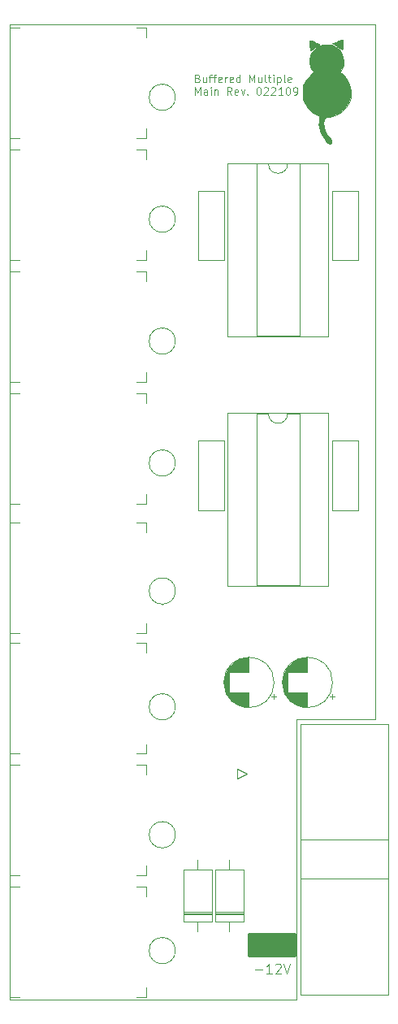
<source format=gbr>
G04 #@! TF.GenerationSoftware,KiCad,Pcbnew,(5.1.10)-1*
G04 #@! TF.CreationDate,2021-09-02T21:11:49+02:00*
G04 #@! TF.ProjectId,Buffered Multiple Main,42756666-6572-4656-9420-4d756c746970,rev?*
G04 #@! TF.SameCoordinates,Original*
G04 #@! TF.FileFunction,Legend,Top*
G04 #@! TF.FilePolarity,Positive*
%FSLAX46Y46*%
G04 Gerber Fmt 4.6, Leading zero omitted, Abs format (unit mm)*
G04 Created by KiCad (PCBNEW (5.1.10)-1) date 2021-09-02 21:11:49*
%MOMM*%
%LPD*%
G01*
G04 APERTURE LIST*
%ADD10C,0.100000*%
G04 #@! TA.AperFunction,Profile*
%ADD11C,0.050000*%
G04 #@! TD*
%ADD12C,0.010000*%
%ADD13C,0.120000*%
%ADD14C,0.254000*%
G04 APERTURE END LIST*
D10*
X19572142Y-5642857D02*
X19686428Y-5680952D01*
X19724523Y-5719047D01*
X19762619Y-5795238D01*
X19762619Y-5909523D01*
X19724523Y-5985714D01*
X19686428Y-6023809D01*
X19610238Y-6061904D01*
X19305476Y-6061904D01*
X19305476Y-5261904D01*
X19572142Y-5261904D01*
X19648333Y-5300000D01*
X19686428Y-5338095D01*
X19724523Y-5414285D01*
X19724523Y-5490476D01*
X19686428Y-5566666D01*
X19648333Y-5604761D01*
X19572142Y-5642857D01*
X19305476Y-5642857D01*
X20448333Y-5528571D02*
X20448333Y-6061904D01*
X20105476Y-5528571D02*
X20105476Y-5947619D01*
X20143571Y-6023809D01*
X20219761Y-6061904D01*
X20334047Y-6061904D01*
X20410238Y-6023809D01*
X20448333Y-5985714D01*
X20715000Y-5528571D02*
X21019761Y-5528571D01*
X20829285Y-6061904D02*
X20829285Y-5376190D01*
X20867380Y-5300000D01*
X20943571Y-5261904D01*
X21019761Y-5261904D01*
X21172142Y-5528571D02*
X21476904Y-5528571D01*
X21286428Y-6061904D02*
X21286428Y-5376190D01*
X21324523Y-5300000D01*
X21400714Y-5261904D01*
X21476904Y-5261904D01*
X22048333Y-6023809D02*
X21972142Y-6061904D01*
X21819761Y-6061904D01*
X21743571Y-6023809D01*
X21705476Y-5947619D01*
X21705476Y-5642857D01*
X21743571Y-5566666D01*
X21819761Y-5528571D01*
X21972142Y-5528571D01*
X22048333Y-5566666D01*
X22086428Y-5642857D01*
X22086428Y-5719047D01*
X21705476Y-5795238D01*
X22429285Y-6061904D02*
X22429285Y-5528571D01*
X22429285Y-5680952D02*
X22467380Y-5604761D01*
X22505476Y-5566666D01*
X22581666Y-5528571D01*
X22657857Y-5528571D01*
X23229285Y-6023809D02*
X23153095Y-6061904D01*
X23000714Y-6061904D01*
X22924523Y-6023809D01*
X22886428Y-5947619D01*
X22886428Y-5642857D01*
X22924523Y-5566666D01*
X23000714Y-5528571D01*
X23153095Y-5528571D01*
X23229285Y-5566666D01*
X23267380Y-5642857D01*
X23267380Y-5719047D01*
X22886428Y-5795238D01*
X23953095Y-6061904D02*
X23953095Y-5261904D01*
X23953095Y-6023809D02*
X23876904Y-6061904D01*
X23724523Y-6061904D01*
X23648333Y-6023809D01*
X23610238Y-5985714D01*
X23572142Y-5909523D01*
X23572142Y-5680952D01*
X23610238Y-5604761D01*
X23648333Y-5566666D01*
X23724523Y-5528571D01*
X23876904Y-5528571D01*
X23953095Y-5566666D01*
X24943571Y-6061904D02*
X24943571Y-5261904D01*
X25210238Y-5833333D01*
X25476904Y-5261904D01*
X25476904Y-6061904D01*
X26200714Y-5528571D02*
X26200714Y-6061904D01*
X25857857Y-5528571D02*
X25857857Y-5947619D01*
X25895952Y-6023809D01*
X25972142Y-6061904D01*
X26086428Y-6061904D01*
X26162619Y-6023809D01*
X26200714Y-5985714D01*
X26695952Y-6061904D02*
X26619761Y-6023809D01*
X26581666Y-5947619D01*
X26581666Y-5261904D01*
X26886428Y-5528571D02*
X27191190Y-5528571D01*
X27000714Y-5261904D02*
X27000714Y-5947619D01*
X27038809Y-6023809D01*
X27115000Y-6061904D01*
X27191190Y-6061904D01*
X27457857Y-6061904D02*
X27457857Y-5528571D01*
X27457857Y-5261904D02*
X27419761Y-5300000D01*
X27457857Y-5338095D01*
X27495952Y-5300000D01*
X27457857Y-5261904D01*
X27457857Y-5338095D01*
X27838809Y-5528571D02*
X27838809Y-6328571D01*
X27838809Y-5566666D02*
X27915000Y-5528571D01*
X28067380Y-5528571D01*
X28143571Y-5566666D01*
X28181666Y-5604761D01*
X28219761Y-5680952D01*
X28219761Y-5909523D01*
X28181666Y-5985714D01*
X28143571Y-6023809D01*
X28067380Y-6061904D01*
X27915000Y-6061904D01*
X27838809Y-6023809D01*
X28676904Y-6061904D02*
X28600714Y-6023809D01*
X28562619Y-5947619D01*
X28562619Y-5261904D01*
X29286428Y-6023809D02*
X29210238Y-6061904D01*
X29057857Y-6061904D01*
X28981666Y-6023809D01*
X28943571Y-5947619D01*
X28943571Y-5642857D01*
X28981666Y-5566666D01*
X29057857Y-5528571D01*
X29210238Y-5528571D01*
X29286428Y-5566666D01*
X29324523Y-5642857D01*
X29324523Y-5719047D01*
X28943571Y-5795238D01*
X19305476Y-7361904D02*
X19305476Y-6561904D01*
X19572142Y-7133333D01*
X19838809Y-6561904D01*
X19838809Y-7361904D01*
X20562619Y-7361904D02*
X20562619Y-6942857D01*
X20524523Y-6866666D01*
X20448333Y-6828571D01*
X20295952Y-6828571D01*
X20219761Y-6866666D01*
X20562619Y-7323809D02*
X20486428Y-7361904D01*
X20295952Y-7361904D01*
X20219761Y-7323809D01*
X20181666Y-7247619D01*
X20181666Y-7171428D01*
X20219761Y-7095238D01*
X20295952Y-7057142D01*
X20486428Y-7057142D01*
X20562619Y-7019047D01*
X20943571Y-7361904D02*
X20943571Y-6828571D01*
X20943571Y-6561904D02*
X20905476Y-6600000D01*
X20943571Y-6638095D01*
X20981666Y-6600000D01*
X20943571Y-6561904D01*
X20943571Y-6638095D01*
X21324523Y-6828571D02*
X21324523Y-7361904D01*
X21324523Y-6904761D02*
X21362619Y-6866666D01*
X21438809Y-6828571D01*
X21553095Y-6828571D01*
X21629285Y-6866666D01*
X21667380Y-6942857D01*
X21667380Y-7361904D01*
X23115000Y-7361904D02*
X22848333Y-6980952D01*
X22657857Y-7361904D02*
X22657857Y-6561904D01*
X22962619Y-6561904D01*
X23038809Y-6600000D01*
X23076904Y-6638095D01*
X23115000Y-6714285D01*
X23115000Y-6828571D01*
X23076904Y-6904761D01*
X23038809Y-6942857D01*
X22962619Y-6980952D01*
X22657857Y-6980952D01*
X23762619Y-7323809D02*
X23686428Y-7361904D01*
X23534047Y-7361904D01*
X23457857Y-7323809D01*
X23419761Y-7247619D01*
X23419761Y-6942857D01*
X23457857Y-6866666D01*
X23534047Y-6828571D01*
X23686428Y-6828571D01*
X23762619Y-6866666D01*
X23800714Y-6942857D01*
X23800714Y-7019047D01*
X23419761Y-7095238D01*
X24067380Y-6828571D02*
X24257857Y-7361904D01*
X24448333Y-6828571D01*
X24753095Y-7285714D02*
X24791190Y-7323809D01*
X24753095Y-7361904D01*
X24715000Y-7323809D01*
X24753095Y-7285714D01*
X24753095Y-7361904D01*
X25895952Y-6561904D02*
X25972142Y-6561904D01*
X26048333Y-6600000D01*
X26086428Y-6638095D01*
X26124523Y-6714285D01*
X26162619Y-6866666D01*
X26162619Y-7057142D01*
X26124523Y-7209523D01*
X26086428Y-7285714D01*
X26048333Y-7323809D01*
X25972142Y-7361904D01*
X25895952Y-7361904D01*
X25819761Y-7323809D01*
X25781666Y-7285714D01*
X25743571Y-7209523D01*
X25705476Y-7057142D01*
X25705476Y-6866666D01*
X25743571Y-6714285D01*
X25781666Y-6638095D01*
X25819761Y-6600000D01*
X25895952Y-6561904D01*
X26467380Y-6638095D02*
X26505476Y-6600000D01*
X26581666Y-6561904D01*
X26772142Y-6561904D01*
X26848333Y-6600000D01*
X26886428Y-6638095D01*
X26924523Y-6714285D01*
X26924523Y-6790476D01*
X26886428Y-6904761D01*
X26429285Y-7361904D01*
X26924523Y-7361904D01*
X27229285Y-6638095D02*
X27267380Y-6600000D01*
X27343571Y-6561904D01*
X27534047Y-6561904D01*
X27610238Y-6600000D01*
X27648333Y-6638095D01*
X27686428Y-6714285D01*
X27686428Y-6790476D01*
X27648333Y-6904761D01*
X27191190Y-7361904D01*
X27686428Y-7361904D01*
X28448333Y-7361904D02*
X27991190Y-7361904D01*
X28219761Y-7361904D02*
X28219761Y-6561904D01*
X28143571Y-6676190D01*
X28067380Y-6752380D01*
X27991190Y-6790476D01*
X28943571Y-6561904D02*
X29019761Y-6561904D01*
X29095952Y-6600000D01*
X29134047Y-6638095D01*
X29172142Y-6714285D01*
X29210238Y-6866666D01*
X29210238Y-7057142D01*
X29172142Y-7209523D01*
X29134047Y-7285714D01*
X29095952Y-7323809D01*
X29019761Y-7361904D01*
X28943571Y-7361904D01*
X28867380Y-7323809D01*
X28829285Y-7285714D01*
X28791190Y-7209523D01*
X28753095Y-7057142D01*
X28753095Y-6866666D01*
X28791190Y-6714285D01*
X28829285Y-6638095D01*
X28867380Y-6600000D01*
X28943571Y-6561904D01*
X29591190Y-7361904D02*
X29743571Y-7361904D01*
X29819761Y-7323809D01*
X29857857Y-7285714D01*
X29934047Y-7171428D01*
X29972142Y-7019047D01*
X29972142Y-6714285D01*
X29934047Y-6638095D01*
X29895952Y-6600000D01*
X29819761Y-6561904D01*
X29667380Y-6561904D01*
X29591190Y-6600000D01*
X29553095Y-6638095D01*
X29515000Y-6714285D01*
X29515000Y-6904761D01*
X29553095Y-6980952D01*
X29591190Y-7019047D01*
X29667380Y-7057142D01*
X29819761Y-7057142D01*
X29895952Y-7019047D01*
X29934047Y-6980952D01*
X29972142Y-6904761D01*
X25543095Y-98496428D02*
X26305000Y-98496428D01*
X27305000Y-98877380D02*
X26733571Y-98877380D01*
X27019285Y-98877380D02*
X27019285Y-97877380D01*
X26924047Y-98020238D01*
X26828809Y-98115476D01*
X26733571Y-98163095D01*
X27685952Y-97972619D02*
X27733571Y-97925000D01*
X27828809Y-97877380D01*
X28066904Y-97877380D01*
X28162142Y-97925000D01*
X28209761Y-97972619D01*
X28257380Y-98067857D01*
X28257380Y-98163095D01*
X28209761Y-98305952D01*
X27638333Y-98877380D01*
X28257380Y-98877380D01*
X28543095Y-97877380D02*
X28876428Y-98877380D01*
X29209761Y-97877380D01*
D11*
X29845000Y-72390000D02*
X29845000Y-101600000D01*
X38100000Y-72390000D02*
X29845000Y-72390000D01*
X0Y-101600000D02*
X0Y0D01*
X29845000Y-101600000D02*
X0Y-101600000D01*
X38100000Y0D02*
X38100000Y-72390000D01*
X0Y0D02*
X38100000Y0D01*
D12*
G36*
X34678089Y-1676229D02*
G01*
X34693741Y-1797829D01*
X34691837Y-2001949D01*
X34691052Y-2107181D01*
X34684100Y-2396033D01*
X34661688Y-2566612D01*
X34621483Y-2633681D01*
X34607500Y-2635971D01*
X34516195Y-2598371D01*
X34347628Y-2502277D01*
X34133766Y-2366273D01*
X34069907Y-2323426D01*
X33615867Y-2015174D01*
X34003065Y-1854704D01*
X34307368Y-1726385D01*
X34506744Y-1648522D01*
X34623037Y-1629132D01*
X34678089Y-1676229D01*
G37*
X34678089Y-1676229D02*
X34693741Y-1797829D01*
X34691837Y-2001949D01*
X34691052Y-2107181D01*
X34684100Y-2396033D01*
X34661688Y-2566612D01*
X34621483Y-2633681D01*
X34607500Y-2635971D01*
X34516195Y-2598371D01*
X34347628Y-2502277D01*
X34133766Y-2366273D01*
X34069907Y-2323426D01*
X33615867Y-2015174D01*
X34003065Y-1854704D01*
X34307368Y-1726385D01*
X34506744Y-1648522D01*
X34623037Y-1629132D01*
X34678089Y-1676229D01*
G36*
X31457294Y-1745838D02*
G01*
X31689355Y-1830666D01*
X31736297Y-1849997D01*
X31961716Y-1951489D01*
X32126523Y-2039463D01*
X32202519Y-2098415D01*
X32204192Y-2107244D01*
X32146342Y-2165770D01*
X32012196Y-2276610D01*
X31833839Y-2415540D01*
X31643356Y-2558341D01*
X31472832Y-2680791D01*
X31354350Y-2758670D01*
X31321041Y-2773947D01*
X31302104Y-2712774D01*
X31277203Y-2551047D01*
X31251214Y-2321456D01*
X31247035Y-2277978D01*
X31227508Y-2028432D01*
X31219029Y-1829343D01*
X31223140Y-1719507D01*
X31224621Y-1713973D01*
X31293675Y-1704626D01*
X31457294Y-1745838D01*
G37*
X31457294Y-1745838D02*
X31689355Y-1830666D01*
X31736297Y-1849997D01*
X31961716Y-1951489D01*
X32126523Y-2039463D01*
X32202519Y-2098415D01*
X32204192Y-2107244D01*
X32146342Y-2165770D01*
X32012196Y-2276610D01*
X31833839Y-2415540D01*
X31643356Y-2558341D01*
X31472832Y-2680791D01*
X31354350Y-2758670D01*
X31321041Y-2773947D01*
X31302104Y-2712774D01*
X31277203Y-2551047D01*
X31251214Y-2321456D01*
X31247035Y-2277978D01*
X31227508Y-2028432D01*
X31219029Y-1829343D01*
X31223140Y-1719507D01*
X31224621Y-1713973D01*
X31293675Y-1704626D01*
X31457294Y-1745838D01*
G36*
X33476975Y-2155533D02*
G01*
X33864529Y-2304561D01*
X34211874Y-2567268D01*
X34245458Y-2600178D01*
X34484055Y-2877088D01*
X34634725Y-3160374D01*
X34717509Y-3496590D01*
X34743932Y-3758159D01*
X34754654Y-4033677D01*
X34736742Y-4235634D01*
X34679670Y-4422923D01*
X34589921Y-4619864D01*
X34404587Y-4998673D01*
X34674200Y-5222629D01*
X35023462Y-5593667D01*
X35297837Y-6050043D01*
X35481494Y-6557167D01*
X35558602Y-7080445D01*
X35560000Y-7158282D01*
X35499094Y-7686320D01*
X35326737Y-8184219D01*
X35058466Y-8635702D01*
X34709822Y-9024491D01*
X34296342Y-9334310D01*
X33833566Y-9548880D01*
X33337032Y-9651923D01*
X33173071Y-9658684D01*
X32985332Y-9668029D01*
X32879696Y-9717592D01*
X32804815Y-9839664D01*
X32774853Y-9909124D01*
X32691088Y-10277435D01*
X32721622Y-10687429D01*
X32861393Y-11120591D01*
X33105336Y-11558404D01*
X33294598Y-11809623D01*
X33463260Y-12030034D01*
X33540470Y-12186237D01*
X33534114Y-12303485D01*
X33474526Y-12385842D01*
X33344072Y-12459092D01*
X33193517Y-12425022D01*
X33008972Y-12278000D01*
X32889337Y-12148553D01*
X32539002Y-11662667D01*
X32306051Y-11155772D01*
X32197200Y-10643744D01*
X32189776Y-10494211D01*
X32194742Y-10222845D01*
X32212931Y-9975606D01*
X32237845Y-9818508D01*
X32260402Y-9703381D01*
X32239438Y-9623134D01*
X32151350Y-9549707D01*
X31972535Y-9455041D01*
X31903634Y-9421221D01*
X31470674Y-9144047D01*
X31081572Y-8769867D01*
X30772301Y-8335126D01*
X30704123Y-8205895D01*
X30615392Y-8009189D01*
X30559836Y-7833821D01*
X30529911Y-7637432D01*
X30518077Y-7377661D01*
X30516513Y-7152105D01*
X30520439Y-6828856D01*
X30537416Y-6596295D01*
X30575242Y-6411526D01*
X30641716Y-6231658D01*
X30710954Y-6082632D01*
X30876006Y-5804538D01*
X31096785Y-5512723D01*
X31264765Y-5329758D01*
X31624137Y-4977937D01*
X31495820Y-4795021D01*
X31302922Y-4405417D01*
X31226035Y-3958652D01*
X31232869Y-3711863D01*
X31337282Y-3238612D01*
X31550150Y-2831640D01*
X31857542Y-2503451D01*
X32245521Y-2266544D01*
X32700156Y-2133421D01*
X33020000Y-2108462D01*
X33476975Y-2155533D01*
G37*
X33476975Y-2155533D02*
X33864529Y-2304561D01*
X34211874Y-2567268D01*
X34245458Y-2600178D01*
X34484055Y-2877088D01*
X34634725Y-3160374D01*
X34717509Y-3496590D01*
X34743932Y-3758159D01*
X34754654Y-4033677D01*
X34736742Y-4235634D01*
X34679670Y-4422923D01*
X34589921Y-4619864D01*
X34404587Y-4998673D01*
X34674200Y-5222629D01*
X35023462Y-5593667D01*
X35297837Y-6050043D01*
X35481494Y-6557167D01*
X35558602Y-7080445D01*
X35560000Y-7158282D01*
X35499094Y-7686320D01*
X35326737Y-8184219D01*
X35058466Y-8635702D01*
X34709822Y-9024491D01*
X34296342Y-9334310D01*
X33833566Y-9548880D01*
X33337032Y-9651923D01*
X33173071Y-9658684D01*
X32985332Y-9668029D01*
X32879696Y-9717592D01*
X32804815Y-9839664D01*
X32774853Y-9909124D01*
X32691088Y-10277435D01*
X32721622Y-10687429D01*
X32861393Y-11120591D01*
X33105336Y-11558404D01*
X33294598Y-11809623D01*
X33463260Y-12030034D01*
X33540470Y-12186237D01*
X33534114Y-12303485D01*
X33474526Y-12385842D01*
X33344072Y-12459092D01*
X33193517Y-12425022D01*
X33008972Y-12278000D01*
X32889337Y-12148553D01*
X32539002Y-11662667D01*
X32306051Y-11155772D01*
X32197200Y-10643744D01*
X32189776Y-10494211D01*
X32194742Y-10222845D01*
X32212931Y-9975606D01*
X32237845Y-9818508D01*
X32260402Y-9703381D01*
X32239438Y-9623134D01*
X32151350Y-9549707D01*
X31972535Y-9455041D01*
X31903634Y-9421221D01*
X31470674Y-9144047D01*
X31081572Y-8769867D01*
X30772301Y-8335126D01*
X30704123Y-8205895D01*
X30615392Y-8009189D01*
X30559836Y-7833821D01*
X30529911Y-7637432D01*
X30518077Y-7377661D01*
X30516513Y-7152105D01*
X30520439Y-6828856D01*
X30537416Y-6596295D01*
X30575242Y-6411526D01*
X30641716Y-6231658D01*
X30710954Y-6082632D01*
X30876006Y-5804538D01*
X31096785Y-5512723D01*
X31264765Y-5329758D01*
X31624137Y-4977937D01*
X31495820Y-4795021D01*
X31302922Y-4405417D01*
X31226035Y-3958652D01*
X31232869Y-3711863D01*
X31337282Y-3238612D01*
X31550150Y-2831640D01*
X31857542Y-2503451D01*
X32245521Y-2266544D01*
X32700156Y-2133421D01*
X33020000Y-2108462D01*
X33476975Y-2155533D01*
D13*
X17245000Y-96520000D02*
G75*
G03*
X17245000Y-96520000I-1370000J0D01*
G01*
X15875000Y-95150000D02*
X15875000Y-95080000D01*
X17245000Y-45720000D02*
G75*
G03*
X17245000Y-45720000I-1370000J0D01*
G01*
X15875000Y-44350000D02*
X15875000Y-44280000D01*
X17245000Y-59055000D02*
G75*
G03*
X17245000Y-59055000I-1370000J0D01*
G01*
X15875000Y-60425000D02*
X15875000Y-60495000D01*
X17245000Y-84455000D02*
G75*
G03*
X17245000Y-84455000I-1370000J0D01*
G01*
X15875000Y-83085000D02*
X15875000Y-83015000D01*
X17245000Y-71120000D02*
G75*
G03*
X17245000Y-71120000I-1370000J0D01*
G01*
X15875000Y-69750000D02*
X15875000Y-69680000D01*
X17245000Y-33020000D02*
G75*
G03*
X17245000Y-33020000I-1370000J0D01*
G01*
X15875000Y-31650000D02*
X15875000Y-31580000D01*
X17245000Y-20320000D02*
G75*
G03*
X17245000Y-20320000I-1370000J0D01*
G01*
X15875000Y-18950000D02*
X15875000Y-18880000D01*
X17245000Y-7620000D02*
G75*
G03*
X17245000Y-7620000I-1370000J0D01*
G01*
X15875000Y-6250000D02*
X15875000Y-6180000D01*
X26940000Y-40580000D02*
X25690000Y-40580000D01*
X25690000Y-40580000D02*
X25690000Y-58480000D01*
X25690000Y-58480000D02*
X30190000Y-58480000D01*
X30190000Y-58480000D02*
X30190000Y-40580000D01*
X30190000Y-40580000D02*
X28940000Y-40580000D01*
X22690000Y-40520000D02*
X22690000Y-58540000D01*
X22690000Y-58540000D02*
X33190000Y-58540000D01*
X33190000Y-58540000D02*
X33190000Y-40520000D01*
X33190000Y-40520000D02*
X22690000Y-40520000D01*
X28940000Y-40580000D02*
G75*
G02*
X26940000Y-40580000I-1000000J0D01*
G01*
X21390000Y-93525000D02*
X24330000Y-93525000D01*
X24330000Y-93525000D02*
X24330000Y-88085000D01*
X24330000Y-88085000D02*
X21390000Y-88085000D01*
X21390000Y-88085000D02*
X21390000Y-93525000D01*
X22860000Y-94545000D02*
X22860000Y-93525000D01*
X22860000Y-87065000D02*
X22860000Y-88085000D01*
X21390000Y-92625000D02*
X24330000Y-92625000D01*
X21390000Y-92505000D02*
X24330000Y-92505000D01*
X21390000Y-92745000D02*
X24330000Y-92745000D01*
X18088000Y-93525000D02*
X21028000Y-93525000D01*
X21028000Y-93525000D02*
X21028000Y-88085000D01*
X21028000Y-88085000D02*
X18088000Y-88085000D01*
X18088000Y-88085000D02*
X18088000Y-93525000D01*
X19558000Y-94545000D02*
X19558000Y-93525000D01*
X19558000Y-87065000D02*
X19558000Y-88085000D01*
X18088000Y-92625000D02*
X21028000Y-92625000D01*
X18088000Y-92505000D02*
X21028000Y-92505000D01*
X18088000Y-92745000D02*
X21028000Y-92745000D01*
X36295000Y-43410000D02*
X36295000Y-50650000D01*
X33555000Y-43410000D02*
X33555000Y-50650000D01*
X36295000Y-43410000D02*
X33555000Y-43410000D01*
X36295000Y-50650000D02*
X33555000Y-50650000D01*
X19585000Y-50650000D02*
X19585000Y-43410000D01*
X22325000Y-50650000D02*
X22325000Y-43410000D01*
X19585000Y-50650000D02*
X22325000Y-50650000D01*
X19585000Y-43410000D02*
X22325000Y-43410000D01*
D10*
X0Y-89885000D02*
X0Y-90885000D01*
X0Y-89885000D02*
X1000000Y-89885000D01*
X14200000Y-89885000D02*
X13200000Y-89885000D01*
X14200000Y-89885000D02*
X14200000Y-90885000D01*
X0Y-101385000D02*
X0Y-100385000D01*
X0Y-101385000D02*
X1000000Y-101385000D01*
X14200000Y-101385000D02*
X14200000Y-100385000D01*
X14200000Y-101385000D02*
X13200000Y-101385000D01*
X0Y-38450000D02*
X0Y-39450000D01*
X0Y-38450000D02*
X1000000Y-38450000D01*
X14200000Y-38450000D02*
X13200000Y-38450000D01*
X14200000Y-38450000D02*
X14200000Y-39450000D01*
X0Y-49950000D02*
X0Y-48950000D01*
X0Y-49950000D02*
X1000000Y-49950000D01*
X14200000Y-49950000D02*
X14200000Y-48950000D01*
X14200000Y-49950000D02*
X13200000Y-49950000D01*
X0Y-51912000D02*
X0Y-52912000D01*
X0Y-51912000D02*
X1000000Y-51912000D01*
X14200000Y-51912000D02*
X13200000Y-51912000D01*
X14200000Y-51912000D02*
X14200000Y-52912000D01*
X0Y-63412000D02*
X0Y-62412000D01*
X0Y-63412000D02*
X1000000Y-63412000D01*
X14200000Y-63412000D02*
X14200000Y-62412000D01*
X14200000Y-63412000D02*
X13200000Y-63412000D01*
X0Y-77185000D02*
X0Y-78185000D01*
X0Y-77185000D02*
X1000000Y-77185000D01*
X14200000Y-77185000D02*
X13200000Y-77185000D01*
X14200000Y-77185000D02*
X14200000Y-78185000D01*
X0Y-88685000D02*
X0Y-87685000D01*
X0Y-88685000D02*
X1000000Y-88685000D01*
X14200000Y-88685000D02*
X14200000Y-87685000D01*
X14200000Y-88685000D02*
X13200000Y-88685000D01*
X0Y-64500000D02*
X0Y-65500000D01*
X0Y-64500000D02*
X1000000Y-64500000D01*
X14200000Y-64500000D02*
X13200000Y-64500000D01*
X14200000Y-64500000D02*
X14200000Y-65500000D01*
X0Y-76000000D02*
X0Y-75000000D01*
X0Y-76000000D02*
X1000000Y-76000000D01*
X14200000Y-76000000D02*
X14200000Y-75000000D01*
X14200000Y-76000000D02*
X13200000Y-76000000D01*
X0Y-25750000D02*
X0Y-26750000D01*
X0Y-25750000D02*
X1000000Y-25750000D01*
X14200000Y-25750000D02*
X13200000Y-25750000D01*
X14200000Y-25750000D02*
X14200000Y-26750000D01*
X0Y-37250000D02*
X0Y-36250000D01*
X0Y-37250000D02*
X1000000Y-37250000D01*
X14200000Y-37250000D02*
X14200000Y-36250000D01*
X14200000Y-37250000D02*
X13200000Y-37250000D01*
X0Y-13050000D02*
X0Y-14050000D01*
X0Y-13050000D02*
X1000000Y-13050000D01*
X14200000Y-13050000D02*
X13200000Y-13050000D01*
X14200000Y-13050000D02*
X14200000Y-14050000D01*
X0Y-24550000D02*
X0Y-23550000D01*
X0Y-24550000D02*
X1000000Y-24550000D01*
X14200000Y-24550000D02*
X14200000Y-23550000D01*
X14200000Y-24550000D02*
X13200000Y-24550000D01*
X0Y-350000D02*
X0Y-1350000D01*
X0Y-350000D02*
X1000000Y-350000D01*
X14200000Y-350000D02*
X13200000Y-350000D01*
X14200000Y-350000D02*
X14200000Y-1350000D01*
X0Y-11850000D02*
X0Y-10850000D01*
X0Y-11850000D02*
X1000000Y-11850000D01*
X14200000Y-11850000D02*
X14200000Y-10850000D01*
X14200000Y-11850000D02*
X13200000Y-11850000D01*
D13*
X33190000Y-14485000D02*
X22690000Y-14485000D01*
X33190000Y-32505000D02*
X33190000Y-14485000D01*
X22690000Y-32505000D02*
X33190000Y-32505000D01*
X22690000Y-14485000D02*
X22690000Y-32505000D01*
X30190000Y-14545000D02*
X28940000Y-14545000D01*
X30190000Y-32445000D02*
X30190000Y-14545000D01*
X25690000Y-32445000D02*
X30190000Y-32445000D01*
X25690000Y-14545000D02*
X25690000Y-32445000D01*
X26940000Y-14545000D02*
X25690000Y-14545000D01*
X28940000Y-14545000D02*
G75*
G02*
X26940000Y-14545000I-1000000J0D01*
G01*
X23685000Y-78605000D02*
X24685000Y-78105000D01*
X23685000Y-77605000D02*
X23685000Y-78605000D01*
X24685000Y-78105000D02*
X23685000Y-77605000D01*
X30305000Y-101095000D02*
X30305000Y-72895000D01*
X39425000Y-101095000D02*
X30305000Y-101095000D01*
X39425000Y-72895000D02*
X39425000Y-101095000D01*
X30305000Y-72895000D02*
X39425000Y-72895000D01*
X30305000Y-89045000D02*
X39425000Y-89045000D01*
X30305000Y-84945000D02*
X39425000Y-84945000D01*
X36295000Y-24615000D02*
X33555000Y-24615000D01*
X36295000Y-17375000D02*
X33555000Y-17375000D01*
X33555000Y-17375000D02*
X33555000Y-24615000D01*
X36295000Y-17375000D02*
X36295000Y-24615000D01*
X19585000Y-17375000D02*
X22325000Y-17375000D01*
X19585000Y-24615000D02*
X22325000Y-24615000D01*
X22325000Y-24615000D02*
X22325000Y-17375000D01*
X19585000Y-24615000D02*
X19585000Y-17375000D01*
X33558775Y-70305000D02*
X33558775Y-69805000D01*
X33808775Y-70055000D02*
X33308775Y-70055000D01*
X28403000Y-68864000D02*
X28403000Y-68296000D01*
X28443000Y-69098000D02*
X28443000Y-68062000D01*
X28483000Y-69257000D02*
X28483000Y-67903000D01*
X28523000Y-69385000D02*
X28523000Y-67775000D01*
X28563000Y-69495000D02*
X28563000Y-67665000D01*
X28603000Y-69591000D02*
X28603000Y-67569000D01*
X28643000Y-69678000D02*
X28643000Y-67482000D01*
X28683000Y-69758000D02*
X28683000Y-67402000D01*
X28723000Y-69831000D02*
X28723000Y-67329000D01*
X28763000Y-69899000D02*
X28763000Y-67261000D01*
X28803000Y-69963000D02*
X28803000Y-67197000D01*
X28843000Y-70023000D02*
X28843000Y-67137000D01*
X28883000Y-70080000D02*
X28883000Y-67080000D01*
X28923000Y-70134000D02*
X28923000Y-67026000D01*
X28963000Y-70185000D02*
X28963000Y-66975000D01*
X29003000Y-67540000D02*
X29003000Y-66927000D01*
X29003000Y-70233000D02*
X29003000Y-69620000D01*
X29043000Y-67540000D02*
X29043000Y-66881000D01*
X29043000Y-70279000D02*
X29043000Y-69620000D01*
X29083000Y-67540000D02*
X29083000Y-66837000D01*
X29083000Y-70323000D02*
X29083000Y-69620000D01*
X29123000Y-67540000D02*
X29123000Y-66795000D01*
X29123000Y-70365000D02*
X29123000Y-69620000D01*
X29163000Y-67540000D02*
X29163000Y-66754000D01*
X29163000Y-70406000D02*
X29163000Y-69620000D01*
X29203000Y-67540000D02*
X29203000Y-66716000D01*
X29203000Y-70444000D02*
X29203000Y-69620000D01*
X29243000Y-67540000D02*
X29243000Y-66679000D01*
X29243000Y-70481000D02*
X29243000Y-69620000D01*
X29283000Y-67540000D02*
X29283000Y-66643000D01*
X29283000Y-70517000D02*
X29283000Y-69620000D01*
X29323000Y-67540000D02*
X29323000Y-66609000D01*
X29323000Y-70551000D02*
X29323000Y-69620000D01*
X29363000Y-67540000D02*
X29363000Y-66576000D01*
X29363000Y-70584000D02*
X29363000Y-69620000D01*
X29403000Y-67540000D02*
X29403000Y-66545000D01*
X29403000Y-70615000D02*
X29403000Y-69620000D01*
X29443000Y-67540000D02*
X29443000Y-66515000D01*
X29443000Y-70645000D02*
X29443000Y-69620000D01*
X29483000Y-67540000D02*
X29483000Y-66485000D01*
X29483000Y-70675000D02*
X29483000Y-69620000D01*
X29523000Y-67540000D02*
X29523000Y-66458000D01*
X29523000Y-70702000D02*
X29523000Y-69620000D01*
X29563000Y-67540000D02*
X29563000Y-66431000D01*
X29563000Y-70729000D02*
X29563000Y-69620000D01*
X29603000Y-67540000D02*
X29603000Y-66405000D01*
X29603000Y-70755000D02*
X29603000Y-69620000D01*
X29643000Y-67540000D02*
X29643000Y-66380000D01*
X29643000Y-70780000D02*
X29643000Y-69620000D01*
X29683000Y-67540000D02*
X29683000Y-66356000D01*
X29683000Y-70804000D02*
X29683000Y-69620000D01*
X29723000Y-67540000D02*
X29723000Y-66333000D01*
X29723000Y-70827000D02*
X29723000Y-69620000D01*
X29763000Y-67540000D02*
X29763000Y-66312000D01*
X29763000Y-70848000D02*
X29763000Y-69620000D01*
X29803000Y-67540000D02*
X29803000Y-66290000D01*
X29803000Y-70870000D02*
X29803000Y-69620000D01*
X29843000Y-67540000D02*
X29843000Y-66270000D01*
X29843000Y-70890000D02*
X29843000Y-69620000D01*
X29883000Y-67540000D02*
X29883000Y-66251000D01*
X29883000Y-70909000D02*
X29883000Y-69620000D01*
X29923000Y-67540000D02*
X29923000Y-66232000D01*
X29923000Y-70928000D02*
X29923000Y-69620000D01*
X29963000Y-67540000D02*
X29963000Y-66215000D01*
X29963000Y-70945000D02*
X29963000Y-69620000D01*
X30003000Y-67540000D02*
X30003000Y-66198000D01*
X30003000Y-70962000D02*
X30003000Y-69620000D01*
X30043000Y-67540000D02*
X30043000Y-66182000D01*
X30043000Y-70978000D02*
X30043000Y-69620000D01*
X30083000Y-67540000D02*
X30083000Y-66166000D01*
X30083000Y-70994000D02*
X30083000Y-69620000D01*
X30123000Y-67540000D02*
X30123000Y-66152000D01*
X30123000Y-71008000D02*
X30123000Y-69620000D01*
X30163000Y-67540000D02*
X30163000Y-66138000D01*
X30163000Y-71022000D02*
X30163000Y-69620000D01*
X30203000Y-67540000D02*
X30203000Y-66125000D01*
X30203000Y-71035000D02*
X30203000Y-69620000D01*
X30243000Y-67540000D02*
X30243000Y-66112000D01*
X30243000Y-71048000D02*
X30243000Y-69620000D01*
X30283000Y-67540000D02*
X30283000Y-66100000D01*
X30283000Y-71060000D02*
X30283000Y-69620000D01*
X30324000Y-67540000D02*
X30324000Y-66089000D01*
X30324000Y-71071000D02*
X30324000Y-69620000D01*
X30364000Y-67540000D02*
X30364000Y-66079000D01*
X30364000Y-71081000D02*
X30364000Y-69620000D01*
X30404000Y-67540000D02*
X30404000Y-66069000D01*
X30404000Y-71091000D02*
X30404000Y-69620000D01*
X30444000Y-67540000D02*
X30444000Y-66060000D01*
X30444000Y-71100000D02*
X30444000Y-69620000D01*
X30484000Y-67540000D02*
X30484000Y-66052000D01*
X30484000Y-71108000D02*
X30484000Y-69620000D01*
X30524000Y-67540000D02*
X30524000Y-66044000D01*
X30524000Y-71116000D02*
X30524000Y-69620000D01*
X30564000Y-67540000D02*
X30564000Y-66037000D01*
X30564000Y-71123000D02*
X30564000Y-69620000D01*
X30604000Y-67540000D02*
X30604000Y-66030000D01*
X30604000Y-71130000D02*
X30604000Y-69620000D01*
X30644000Y-67540000D02*
X30644000Y-66024000D01*
X30644000Y-71136000D02*
X30644000Y-69620000D01*
X30684000Y-67540000D02*
X30684000Y-66019000D01*
X30684000Y-71141000D02*
X30684000Y-69620000D01*
X30724000Y-67540000D02*
X30724000Y-66015000D01*
X30724000Y-71145000D02*
X30724000Y-69620000D01*
X30764000Y-67540000D02*
X30764000Y-66011000D01*
X30764000Y-71149000D02*
X30764000Y-69620000D01*
X30804000Y-67540000D02*
X30804000Y-66007000D01*
X30804000Y-71153000D02*
X30804000Y-69620000D01*
X30844000Y-67540000D02*
X30844000Y-66004000D01*
X30844000Y-71156000D02*
X30844000Y-69620000D01*
X30884000Y-67540000D02*
X30884000Y-66002000D01*
X30884000Y-71158000D02*
X30884000Y-69620000D01*
X30924000Y-67540000D02*
X30924000Y-66001000D01*
X30924000Y-71159000D02*
X30924000Y-69620000D01*
X30964000Y-71160000D02*
X30964000Y-69620000D01*
X30964000Y-67540000D02*
X30964000Y-66000000D01*
X31004000Y-71160000D02*
X31004000Y-69620000D01*
X31004000Y-67540000D02*
X31004000Y-66000000D01*
X33624000Y-68580000D02*
G75*
G03*
X33624000Y-68580000I-2620000J0D01*
G01*
X27462775Y-70305000D02*
X27462775Y-69805000D01*
X27712775Y-70055000D02*
X27212775Y-70055000D01*
X22307000Y-68864000D02*
X22307000Y-68296000D01*
X22347000Y-69098000D02*
X22347000Y-68062000D01*
X22387000Y-69257000D02*
X22387000Y-67903000D01*
X22427000Y-69385000D02*
X22427000Y-67775000D01*
X22467000Y-69495000D02*
X22467000Y-67665000D01*
X22507000Y-69591000D02*
X22507000Y-67569000D01*
X22547000Y-69678000D02*
X22547000Y-67482000D01*
X22587000Y-69758000D02*
X22587000Y-67402000D01*
X22627000Y-69831000D02*
X22627000Y-67329000D01*
X22667000Y-69899000D02*
X22667000Y-67261000D01*
X22707000Y-69963000D02*
X22707000Y-67197000D01*
X22747000Y-70023000D02*
X22747000Y-67137000D01*
X22787000Y-70080000D02*
X22787000Y-67080000D01*
X22827000Y-70134000D02*
X22827000Y-67026000D01*
X22867000Y-70185000D02*
X22867000Y-66975000D01*
X22907000Y-67540000D02*
X22907000Y-66927000D01*
X22907000Y-70233000D02*
X22907000Y-69620000D01*
X22947000Y-67540000D02*
X22947000Y-66881000D01*
X22947000Y-70279000D02*
X22947000Y-69620000D01*
X22987000Y-67540000D02*
X22987000Y-66837000D01*
X22987000Y-70323000D02*
X22987000Y-69620000D01*
X23027000Y-67540000D02*
X23027000Y-66795000D01*
X23027000Y-70365000D02*
X23027000Y-69620000D01*
X23067000Y-67540000D02*
X23067000Y-66754000D01*
X23067000Y-70406000D02*
X23067000Y-69620000D01*
X23107000Y-67540000D02*
X23107000Y-66716000D01*
X23107000Y-70444000D02*
X23107000Y-69620000D01*
X23147000Y-67540000D02*
X23147000Y-66679000D01*
X23147000Y-70481000D02*
X23147000Y-69620000D01*
X23187000Y-67540000D02*
X23187000Y-66643000D01*
X23187000Y-70517000D02*
X23187000Y-69620000D01*
X23227000Y-67540000D02*
X23227000Y-66609000D01*
X23227000Y-70551000D02*
X23227000Y-69620000D01*
X23267000Y-67540000D02*
X23267000Y-66576000D01*
X23267000Y-70584000D02*
X23267000Y-69620000D01*
X23307000Y-67540000D02*
X23307000Y-66545000D01*
X23307000Y-70615000D02*
X23307000Y-69620000D01*
X23347000Y-67540000D02*
X23347000Y-66515000D01*
X23347000Y-70645000D02*
X23347000Y-69620000D01*
X23387000Y-67540000D02*
X23387000Y-66485000D01*
X23387000Y-70675000D02*
X23387000Y-69620000D01*
X23427000Y-67540000D02*
X23427000Y-66458000D01*
X23427000Y-70702000D02*
X23427000Y-69620000D01*
X23467000Y-67540000D02*
X23467000Y-66431000D01*
X23467000Y-70729000D02*
X23467000Y-69620000D01*
X23507000Y-67540000D02*
X23507000Y-66405000D01*
X23507000Y-70755000D02*
X23507000Y-69620000D01*
X23547000Y-67540000D02*
X23547000Y-66380000D01*
X23547000Y-70780000D02*
X23547000Y-69620000D01*
X23587000Y-67540000D02*
X23587000Y-66356000D01*
X23587000Y-70804000D02*
X23587000Y-69620000D01*
X23627000Y-67540000D02*
X23627000Y-66333000D01*
X23627000Y-70827000D02*
X23627000Y-69620000D01*
X23667000Y-67540000D02*
X23667000Y-66312000D01*
X23667000Y-70848000D02*
X23667000Y-69620000D01*
X23707000Y-67540000D02*
X23707000Y-66290000D01*
X23707000Y-70870000D02*
X23707000Y-69620000D01*
X23747000Y-67540000D02*
X23747000Y-66270000D01*
X23747000Y-70890000D02*
X23747000Y-69620000D01*
X23787000Y-67540000D02*
X23787000Y-66251000D01*
X23787000Y-70909000D02*
X23787000Y-69620000D01*
X23827000Y-67540000D02*
X23827000Y-66232000D01*
X23827000Y-70928000D02*
X23827000Y-69620000D01*
X23867000Y-67540000D02*
X23867000Y-66215000D01*
X23867000Y-70945000D02*
X23867000Y-69620000D01*
X23907000Y-67540000D02*
X23907000Y-66198000D01*
X23907000Y-70962000D02*
X23907000Y-69620000D01*
X23947000Y-67540000D02*
X23947000Y-66182000D01*
X23947000Y-70978000D02*
X23947000Y-69620000D01*
X23987000Y-67540000D02*
X23987000Y-66166000D01*
X23987000Y-70994000D02*
X23987000Y-69620000D01*
X24027000Y-67540000D02*
X24027000Y-66152000D01*
X24027000Y-71008000D02*
X24027000Y-69620000D01*
X24067000Y-67540000D02*
X24067000Y-66138000D01*
X24067000Y-71022000D02*
X24067000Y-69620000D01*
X24107000Y-67540000D02*
X24107000Y-66125000D01*
X24107000Y-71035000D02*
X24107000Y-69620000D01*
X24147000Y-67540000D02*
X24147000Y-66112000D01*
X24147000Y-71048000D02*
X24147000Y-69620000D01*
X24187000Y-67540000D02*
X24187000Y-66100000D01*
X24187000Y-71060000D02*
X24187000Y-69620000D01*
X24228000Y-67540000D02*
X24228000Y-66089000D01*
X24228000Y-71071000D02*
X24228000Y-69620000D01*
X24268000Y-67540000D02*
X24268000Y-66079000D01*
X24268000Y-71081000D02*
X24268000Y-69620000D01*
X24308000Y-67540000D02*
X24308000Y-66069000D01*
X24308000Y-71091000D02*
X24308000Y-69620000D01*
X24348000Y-67540000D02*
X24348000Y-66060000D01*
X24348000Y-71100000D02*
X24348000Y-69620000D01*
X24388000Y-67540000D02*
X24388000Y-66052000D01*
X24388000Y-71108000D02*
X24388000Y-69620000D01*
X24428000Y-67540000D02*
X24428000Y-66044000D01*
X24428000Y-71116000D02*
X24428000Y-69620000D01*
X24468000Y-67540000D02*
X24468000Y-66037000D01*
X24468000Y-71123000D02*
X24468000Y-69620000D01*
X24508000Y-67540000D02*
X24508000Y-66030000D01*
X24508000Y-71130000D02*
X24508000Y-69620000D01*
X24548000Y-67540000D02*
X24548000Y-66024000D01*
X24548000Y-71136000D02*
X24548000Y-69620000D01*
X24588000Y-67540000D02*
X24588000Y-66019000D01*
X24588000Y-71141000D02*
X24588000Y-69620000D01*
X24628000Y-67540000D02*
X24628000Y-66015000D01*
X24628000Y-71145000D02*
X24628000Y-69620000D01*
X24668000Y-67540000D02*
X24668000Y-66011000D01*
X24668000Y-71149000D02*
X24668000Y-69620000D01*
X24708000Y-67540000D02*
X24708000Y-66007000D01*
X24708000Y-71153000D02*
X24708000Y-69620000D01*
X24748000Y-67540000D02*
X24748000Y-66004000D01*
X24748000Y-71156000D02*
X24748000Y-69620000D01*
X24788000Y-67540000D02*
X24788000Y-66002000D01*
X24788000Y-71158000D02*
X24788000Y-69620000D01*
X24828000Y-67540000D02*
X24828000Y-66001000D01*
X24828000Y-71159000D02*
X24828000Y-69620000D01*
X24868000Y-71160000D02*
X24868000Y-69620000D01*
X24868000Y-67540000D02*
X24868000Y-66000000D01*
X24908000Y-71160000D02*
X24908000Y-69620000D01*
X24908000Y-67540000D02*
X24908000Y-66000000D01*
X27528000Y-68580000D02*
G75*
G03*
X27528000Y-68580000I-2620000J0D01*
G01*
D14*
X29718000Y-97028000D02*
X24892000Y-97028000D01*
X24892000Y-94742000D01*
X29718000Y-94742000D01*
X29718000Y-97028000D01*
D10*
G36*
X29718000Y-97028000D02*
G01*
X24892000Y-97028000D01*
X24892000Y-94742000D01*
X29718000Y-94742000D01*
X29718000Y-97028000D01*
G37*
M02*

</source>
